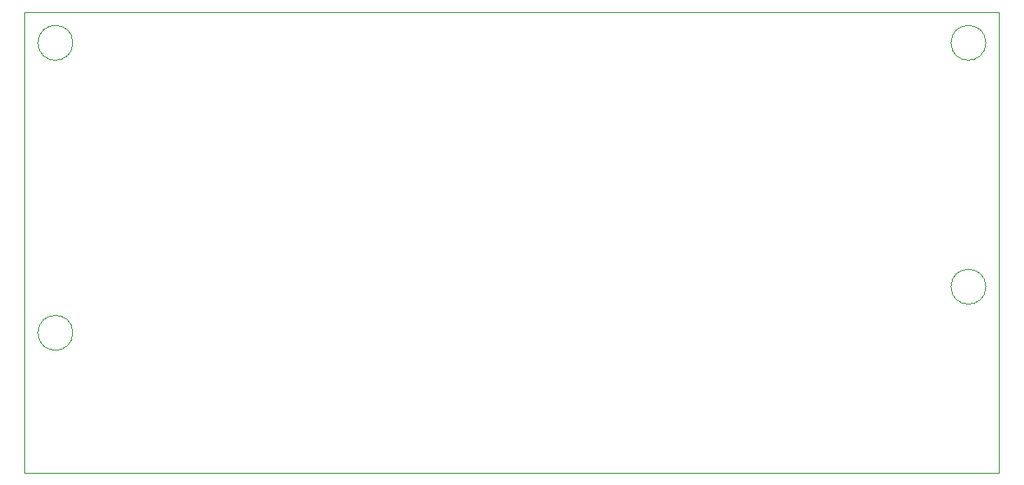
<source format=gbr>
%TF.GenerationSoftware,KiCad,Pcbnew,9.0.6*%
%TF.CreationDate,2025-12-12T18:42:13+07:00*%
%TF.ProjectId,FA_1Bit,46415f31-4269-4742-9e6b-696361645f70,0*%
%TF.SameCoordinates,Original*%
%TF.FileFunction,Profile,NP*%
%FSLAX46Y46*%
G04 Gerber Fmt 4.6, Leading zero omitted, Abs format (unit mm)*
G04 Created by KiCad (PCBNEW 9.0.6) date 2025-12-12 18:42:13*
%MOMM*%
%LPD*%
G01*
G04 APERTURE LIST*
%TA.AperFunction,Profile*%
%ADD10C,0.050000*%
%TD*%
G04 APERTURE END LIST*
D10*
X40200000Y-103500000D02*
G75*
G02*
X36800000Y-103500000I-1700000J0D01*
G01*
X36800000Y-103500000D02*
G75*
G02*
X40200000Y-103500000I1700000J0D01*
G01*
X129200000Y-127300000D02*
G75*
G02*
X125800000Y-127300000I-1700000J0D01*
G01*
X125800000Y-127300000D02*
G75*
G02*
X129200000Y-127300000I1700000J0D01*
G01*
X129200000Y-103500000D02*
G75*
G02*
X125800000Y-103500000I-1700000J0D01*
G01*
X125800000Y-103500000D02*
G75*
G02*
X129200000Y-103500000I1700000J0D01*
G01*
X35500000Y-100500000D02*
X130500000Y-100500000D01*
X130500000Y-145500000D01*
X35500000Y-145500000D01*
X35500000Y-100500000D01*
X40200000Y-131800000D02*
G75*
G02*
X36800000Y-131800000I-1700000J0D01*
G01*
X36800000Y-131800000D02*
G75*
G02*
X40200000Y-131800000I1700000J0D01*
G01*
M02*

</source>
